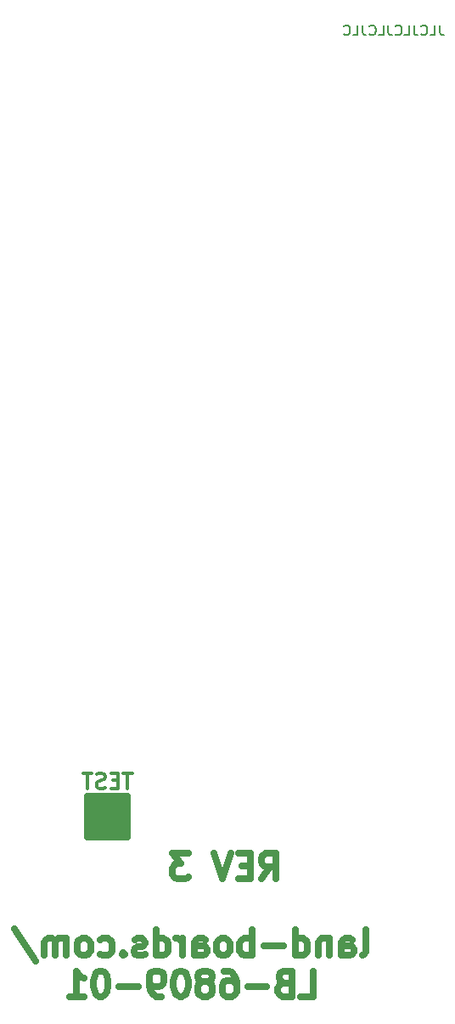
<source format=gbo>
G04 #@! TF.GenerationSoftware,KiCad,Pcbnew,8.0.4*
G04 #@! TF.CreationDate,2024-09-17T06:44:16-04:00*
G04 #@! TF.ProjectId,LB-6809-01,4c422d36-3830-4392-9d30-312e6b696361,3*
G04 #@! TF.SameCoordinates,Original*
G04 #@! TF.FileFunction,Legend,Bot*
G04 #@! TF.FilePolarity,Positive*
%FSLAX46Y46*%
G04 Gerber Fmt 4.6, Leading zero omitted, Abs format (unit mm)*
G04 Created by KiCad (PCBNEW 8.0.4) date 2024-09-17 06:44:16*
%MOMM*%
%LPD*%
G01*
G04 APERTURE LIST*
%ADD10C,0.200000*%
%ADD11C,0.635000*%
%ADD12C,0.304800*%
%ADD13C,0.650000*%
G04 APERTURE END LIST*
D10*
X179176612Y-48651219D02*
X179176612Y-49365504D01*
X179176612Y-49365504D02*
X179224231Y-49508361D01*
X179224231Y-49508361D02*
X179319469Y-49603600D01*
X179319469Y-49603600D02*
X179462326Y-49651219D01*
X179462326Y-49651219D02*
X179557564Y-49651219D01*
X178224231Y-49651219D02*
X178700421Y-49651219D01*
X178700421Y-49651219D02*
X178700421Y-48651219D01*
X177319469Y-49555980D02*
X177367088Y-49603600D01*
X177367088Y-49603600D02*
X177509945Y-49651219D01*
X177509945Y-49651219D02*
X177605183Y-49651219D01*
X177605183Y-49651219D02*
X177748040Y-49603600D01*
X177748040Y-49603600D02*
X177843278Y-49508361D01*
X177843278Y-49508361D02*
X177890897Y-49413123D01*
X177890897Y-49413123D02*
X177938516Y-49222647D01*
X177938516Y-49222647D02*
X177938516Y-49079790D01*
X177938516Y-49079790D02*
X177890897Y-48889314D01*
X177890897Y-48889314D02*
X177843278Y-48794076D01*
X177843278Y-48794076D02*
X177748040Y-48698838D01*
X177748040Y-48698838D02*
X177605183Y-48651219D01*
X177605183Y-48651219D02*
X177509945Y-48651219D01*
X177509945Y-48651219D02*
X177367088Y-48698838D01*
X177367088Y-48698838D02*
X177319469Y-48746457D01*
X176605183Y-48651219D02*
X176605183Y-49365504D01*
X176605183Y-49365504D02*
X176652802Y-49508361D01*
X176652802Y-49508361D02*
X176748040Y-49603600D01*
X176748040Y-49603600D02*
X176890897Y-49651219D01*
X176890897Y-49651219D02*
X176986135Y-49651219D01*
X175652802Y-49651219D02*
X176128992Y-49651219D01*
X176128992Y-49651219D02*
X176128992Y-48651219D01*
X174748040Y-49555980D02*
X174795659Y-49603600D01*
X174795659Y-49603600D02*
X174938516Y-49651219D01*
X174938516Y-49651219D02*
X175033754Y-49651219D01*
X175033754Y-49651219D02*
X175176611Y-49603600D01*
X175176611Y-49603600D02*
X175271849Y-49508361D01*
X175271849Y-49508361D02*
X175319468Y-49413123D01*
X175319468Y-49413123D02*
X175367087Y-49222647D01*
X175367087Y-49222647D02*
X175367087Y-49079790D01*
X175367087Y-49079790D02*
X175319468Y-48889314D01*
X175319468Y-48889314D02*
X175271849Y-48794076D01*
X175271849Y-48794076D02*
X175176611Y-48698838D01*
X175176611Y-48698838D02*
X175033754Y-48651219D01*
X175033754Y-48651219D02*
X174938516Y-48651219D01*
X174938516Y-48651219D02*
X174795659Y-48698838D01*
X174795659Y-48698838D02*
X174748040Y-48746457D01*
X174033754Y-48651219D02*
X174033754Y-49365504D01*
X174033754Y-49365504D02*
X174081373Y-49508361D01*
X174081373Y-49508361D02*
X174176611Y-49603600D01*
X174176611Y-49603600D02*
X174319468Y-49651219D01*
X174319468Y-49651219D02*
X174414706Y-49651219D01*
X173081373Y-49651219D02*
X173557563Y-49651219D01*
X173557563Y-49651219D02*
X173557563Y-48651219D01*
X172176611Y-49555980D02*
X172224230Y-49603600D01*
X172224230Y-49603600D02*
X172367087Y-49651219D01*
X172367087Y-49651219D02*
X172462325Y-49651219D01*
X172462325Y-49651219D02*
X172605182Y-49603600D01*
X172605182Y-49603600D02*
X172700420Y-49508361D01*
X172700420Y-49508361D02*
X172748039Y-49413123D01*
X172748039Y-49413123D02*
X172795658Y-49222647D01*
X172795658Y-49222647D02*
X172795658Y-49079790D01*
X172795658Y-49079790D02*
X172748039Y-48889314D01*
X172748039Y-48889314D02*
X172700420Y-48794076D01*
X172700420Y-48794076D02*
X172605182Y-48698838D01*
X172605182Y-48698838D02*
X172462325Y-48651219D01*
X172462325Y-48651219D02*
X172367087Y-48651219D01*
X172367087Y-48651219D02*
X172224230Y-48698838D01*
X172224230Y-48698838D02*
X172176611Y-48746457D01*
X171462325Y-48651219D02*
X171462325Y-49365504D01*
X171462325Y-49365504D02*
X171509944Y-49508361D01*
X171509944Y-49508361D02*
X171605182Y-49603600D01*
X171605182Y-49603600D02*
X171748039Y-49651219D01*
X171748039Y-49651219D02*
X171843277Y-49651219D01*
X170509944Y-49651219D02*
X170986134Y-49651219D01*
X170986134Y-49651219D02*
X170986134Y-48651219D01*
X169605182Y-49555980D02*
X169652801Y-49603600D01*
X169652801Y-49603600D02*
X169795658Y-49651219D01*
X169795658Y-49651219D02*
X169890896Y-49651219D01*
X169890896Y-49651219D02*
X170033753Y-49603600D01*
X170033753Y-49603600D02*
X170128991Y-49508361D01*
X170128991Y-49508361D02*
X170176610Y-49413123D01*
X170176610Y-49413123D02*
X170224229Y-49222647D01*
X170224229Y-49222647D02*
X170224229Y-49079790D01*
X170224229Y-49079790D02*
X170176610Y-48889314D01*
X170176610Y-48889314D02*
X170128991Y-48794076D01*
X170128991Y-48794076D02*
X170033753Y-48698838D01*
X170033753Y-48698838D02*
X169890896Y-48651219D01*
X169890896Y-48651219D02*
X169795658Y-48651219D01*
X169795658Y-48651219D02*
X169652801Y-48698838D01*
X169652801Y-48698838D02*
X169605182Y-48746457D01*
D11*
X171425807Y-141337403D02*
X171667712Y-141216451D01*
X171667712Y-141216451D02*
X171788665Y-140974546D01*
X171788665Y-140974546D02*
X171788665Y-138797403D01*
X169369617Y-141337403D02*
X169369617Y-140006927D01*
X169369617Y-140006927D02*
X169490570Y-139765022D01*
X169490570Y-139765022D02*
X169732474Y-139644070D01*
X169732474Y-139644070D02*
X170216284Y-139644070D01*
X170216284Y-139644070D02*
X170458189Y-139765022D01*
X169369617Y-141216451D02*
X169611522Y-141337403D01*
X169611522Y-141337403D02*
X170216284Y-141337403D01*
X170216284Y-141337403D02*
X170458189Y-141216451D01*
X170458189Y-141216451D02*
X170579141Y-140974546D01*
X170579141Y-140974546D02*
X170579141Y-140732641D01*
X170579141Y-140732641D02*
X170458189Y-140490736D01*
X170458189Y-140490736D02*
X170216284Y-140369784D01*
X170216284Y-140369784D02*
X169611522Y-140369784D01*
X169611522Y-140369784D02*
X169369617Y-140248831D01*
X168160094Y-139644070D02*
X168160094Y-141337403D01*
X168160094Y-139885974D02*
X168039141Y-139765022D01*
X168039141Y-139765022D02*
X167797236Y-139644070D01*
X167797236Y-139644070D02*
X167434379Y-139644070D01*
X167434379Y-139644070D02*
X167192475Y-139765022D01*
X167192475Y-139765022D02*
X167071522Y-140006927D01*
X167071522Y-140006927D02*
X167071522Y-141337403D01*
X164773427Y-141337403D02*
X164773427Y-138797403D01*
X164773427Y-141216451D02*
X165015332Y-141337403D01*
X165015332Y-141337403D02*
X165499141Y-141337403D01*
X165499141Y-141337403D02*
X165741046Y-141216451D01*
X165741046Y-141216451D02*
X165861999Y-141095498D01*
X165861999Y-141095498D02*
X165982951Y-140853593D01*
X165982951Y-140853593D02*
X165982951Y-140127879D01*
X165982951Y-140127879D02*
X165861999Y-139885974D01*
X165861999Y-139885974D02*
X165741046Y-139765022D01*
X165741046Y-139765022D02*
X165499141Y-139644070D01*
X165499141Y-139644070D02*
X165015332Y-139644070D01*
X165015332Y-139644070D02*
X164773427Y-139765022D01*
X163563904Y-140369784D02*
X161628666Y-140369784D01*
X160419142Y-141337403D02*
X160419142Y-138797403D01*
X160419142Y-139765022D02*
X160177237Y-139644070D01*
X160177237Y-139644070D02*
X159693427Y-139644070D01*
X159693427Y-139644070D02*
X159451523Y-139765022D01*
X159451523Y-139765022D02*
X159330570Y-139885974D01*
X159330570Y-139885974D02*
X159209618Y-140127879D01*
X159209618Y-140127879D02*
X159209618Y-140853593D01*
X159209618Y-140853593D02*
X159330570Y-141095498D01*
X159330570Y-141095498D02*
X159451523Y-141216451D01*
X159451523Y-141216451D02*
X159693427Y-141337403D01*
X159693427Y-141337403D02*
X160177237Y-141337403D01*
X160177237Y-141337403D02*
X160419142Y-141216451D01*
X157758189Y-141337403D02*
X158000094Y-141216451D01*
X158000094Y-141216451D02*
X158121047Y-141095498D01*
X158121047Y-141095498D02*
X158241999Y-140853593D01*
X158241999Y-140853593D02*
X158241999Y-140127879D01*
X158241999Y-140127879D02*
X158121047Y-139885974D01*
X158121047Y-139885974D02*
X158000094Y-139765022D01*
X158000094Y-139765022D02*
X157758189Y-139644070D01*
X157758189Y-139644070D02*
X157395332Y-139644070D01*
X157395332Y-139644070D02*
X157153428Y-139765022D01*
X157153428Y-139765022D02*
X157032475Y-139885974D01*
X157032475Y-139885974D02*
X156911523Y-140127879D01*
X156911523Y-140127879D02*
X156911523Y-140853593D01*
X156911523Y-140853593D02*
X157032475Y-141095498D01*
X157032475Y-141095498D02*
X157153428Y-141216451D01*
X157153428Y-141216451D02*
X157395332Y-141337403D01*
X157395332Y-141337403D02*
X157758189Y-141337403D01*
X154734380Y-141337403D02*
X154734380Y-140006927D01*
X154734380Y-140006927D02*
X154855333Y-139765022D01*
X154855333Y-139765022D02*
X155097237Y-139644070D01*
X155097237Y-139644070D02*
X155581047Y-139644070D01*
X155581047Y-139644070D02*
X155822952Y-139765022D01*
X154734380Y-141216451D02*
X154976285Y-141337403D01*
X154976285Y-141337403D02*
X155581047Y-141337403D01*
X155581047Y-141337403D02*
X155822952Y-141216451D01*
X155822952Y-141216451D02*
X155943904Y-140974546D01*
X155943904Y-140974546D02*
X155943904Y-140732641D01*
X155943904Y-140732641D02*
X155822952Y-140490736D01*
X155822952Y-140490736D02*
X155581047Y-140369784D01*
X155581047Y-140369784D02*
X154976285Y-140369784D01*
X154976285Y-140369784D02*
X154734380Y-140248831D01*
X153524857Y-141337403D02*
X153524857Y-139644070D01*
X153524857Y-140127879D02*
X153403904Y-139885974D01*
X153403904Y-139885974D02*
X153282952Y-139765022D01*
X153282952Y-139765022D02*
X153041047Y-139644070D01*
X153041047Y-139644070D02*
X152799142Y-139644070D01*
X150863904Y-141337403D02*
X150863904Y-138797403D01*
X150863904Y-141216451D02*
X151105809Y-141337403D01*
X151105809Y-141337403D02*
X151589618Y-141337403D01*
X151589618Y-141337403D02*
X151831523Y-141216451D01*
X151831523Y-141216451D02*
X151952476Y-141095498D01*
X151952476Y-141095498D02*
X152073428Y-140853593D01*
X152073428Y-140853593D02*
X152073428Y-140127879D01*
X152073428Y-140127879D02*
X151952476Y-139885974D01*
X151952476Y-139885974D02*
X151831523Y-139765022D01*
X151831523Y-139765022D02*
X151589618Y-139644070D01*
X151589618Y-139644070D02*
X151105809Y-139644070D01*
X151105809Y-139644070D02*
X150863904Y-139765022D01*
X149775333Y-141216451D02*
X149533428Y-141337403D01*
X149533428Y-141337403D02*
X149049619Y-141337403D01*
X149049619Y-141337403D02*
X148807714Y-141216451D01*
X148807714Y-141216451D02*
X148686762Y-140974546D01*
X148686762Y-140974546D02*
X148686762Y-140853593D01*
X148686762Y-140853593D02*
X148807714Y-140611689D01*
X148807714Y-140611689D02*
X149049619Y-140490736D01*
X149049619Y-140490736D02*
X149412476Y-140490736D01*
X149412476Y-140490736D02*
X149654381Y-140369784D01*
X149654381Y-140369784D02*
X149775333Y-140127879D01*
X149775333Y-140127879D02*
X149775333Y-140006927D01*
X149775333Y-140006927D02*
X149654381Y-139765022D01*
X149654381Y-139765022D02*
X149412476Y-139644070D01*
X149412476Y-139644070D02*
X149049619Y-139644070D01*
X149049619Y-139644070D02*
X148807714Y-139765022D01*
X147598191Y-141095498D02*
X147477238Y-141216451D01*
X147477238Y-141216451D02*
X147598191Y-141337403D01*
X147598191Y-141337403D02*
X147719143Y-141216451D01*
X147719143Y-141216451D02*
X147598191Y-141095498D01*
X147598191Y-141095498D02*
X147598191Y-141337403D01*
X145300095Y-141216451D02*
X145542000Y-141337403D01*
X145542000Y-141337403D02*
X146025809Y-141337403D01*
X146025809Y-141337403D02*
X146267714Y-141216451D01*
X146267714Y-141216451D02*
X146388667Y-141095498D01*
X146388667Y-141095498D02*
X146509619Y-140853593D01*
X146509619Y-140853593D02*
X146509619Y-140127879D01*
X146509619Y-140127879D02*
X146388667Y-139885974D01*
X146388667Y-139885974D02*
X146267714Y-139765022D01*
X146267714Y-139765022D02*
X146025809Y-139644070D01*
X146025809Y-139644070D02*
X145542000Y-139644070D01*
X145542000Y-139644070D02*
X145300095Y-139765022D01*
X143848666Y-141337403D02*
X144090571Y-141216451D01*
X144090571Y-141216451D02*
X144211524Y-141095498D01*
X144211524Y-141095498D02*
X144332476Y-140853593D01*
X144332476Y-140853593D02*
X144332476Y-140127879D01*
X144332476Y-140127879D02*
X144211524Y-139885974D01*
X144211524Y-139885974D02*
X144090571Y-139765022D01*
X144090571Y-139765022D02*
X143848666Y-139644070D01*
X143848666Y-139644070D02*
X143485809Y-139644070D01*
X143485809Y-139644070D02*
X143243905Y-139765022D01*
X143243905Y-139765022D02*
X143122952Y-139885974D01*
X143122952Y-139885974D02*
X143002000Y-140127879D01*
X143002000Y-140127879D02*
X143002000Y-140853593D01*
X143002000Y-140853593D02*
X143122952Y-141095498D01*
X143122952Y-141095498D02*
X143243905Y-141216451D01*
X143243905Y-141216451D02*
X143485809Y-141337403D01*
X143485809Y-141337403D02*
X143848666Y-141337403D01*
X141913429Y-141337403D02*
X141913429Y-139644070D01*
X141913429Y-139885974D02*
X141792476Y-139765022D01*
X141792476Y-139765022D02*
X141550571Y-139644070D01*
X141550571Y-139644070D02*
X141187714Y-139644070D01*
X141187714Y-139644070D02*
X140945810Y-139765022D01*
X140945810Y-139765022D02*
X140824857Y-140006927D01*
X140824857Y-140006927D02*
X140824857Y-141337403D01*
X140824857Y-140006927D02*
X140703905Y-139765022D01*
X140703905Y-139765022D02*
X140462000Y-139644070D01*
X140462000Y-139644070D02*
X140099143Y-139644070D01*
X140099143Y-139644070D02*
X139857238Y-139765022D01*
X139857238Y-139765022D02*
X139736286Y-140006927D01*
X139736286Y-140006927D02*
X139736286Y-141337403D01*
X136712476Y-138676451D02*
X138889619Y-141942165D01*
X165317715Y-145426661D02*
X166527239Y-145426661D01*
X166527239Y-145426661D02*
X166527239Y-142886661D01*
X163624382Y-144096185D02*
X163261525Y-144217137D01*
X163261525Y-144217137D02*
X163140572Y-144338089D01*
X163140572Y-144338089D02*
X163019620Y-144579994D01*
X163019620Y-144579994D02*
X163019620Y-144942851D01*
X163019620Y-144942851D02*
X163140572Y-145184756D01*
X163140572Y-145184756D02*
X163261525Y-145305709D01*
X163261525Y-145305709D02*
X163503430Y-145426661D01*
X163503430Y-145426661D02*
X164471049Y-145426661D01*
X164471049Y-145426661D02*
X164471049Y-142886661D01*
X164471049Y-142886661D02*
X163624382Y-142886661D01*
X163624382Y-142886661D02*
X163382477Y-143007613D01*
X163382477Y-143007613D02*
X163261525Y-143128566D01*
X163261525Y-143128566D02*
X163140572Y-143370470D01*
X163140572Y-143370470D02*
X163140572Y-143612375D01*
X163140572Y-143612375D02*
X163261525Y-143854280D01*
X163261525Y-143854280D02*
X163382477Y-143975232D01*
X163382477Y-143975232D02*
X163624382Y-144096185D01*
X163624382Y-144096185D02*
X164471049Y-144096185D01*
X161931049Y-144459042D02*
X159995811Y-144459042D01*
X157697715Y-142886661D02*
X158181525Y-142886661D01*
X158181525Y-142886661D02*
X158423429Y-143007613D01*
X158423429Y-143007613D02*
X158544382Y-143128566D01*
X158544382Y-143128566D02*
X158786287Y-143491423D01*
X158786287Y-143491423D02*
X158907239Y-143975232D01*
X158907239Y-143975232D02*
X158907239Y-144942851D01*
X158907239Y-144942851D02*
X158786287Y-145184756D01*
X158786287Y-145184756D02*
X158665334Y-145305709D01*
X158665334Y-145305709D02*
X158423429Y-145426661D01*
X158423429Y-145426661D02*
X157939620Y-145426661D01*
X157939620Y-145426661D02*
X157697715Y-145305709D01*
X157697715Y-145305709D02*
X157576763Y-145184756D01*
X157576763Y-145184756D02*
X157455810Y-144942851D01*
X157455810Y-144942851D02*
X157455810Y-144338089D01*
X157455810Y-144338089D02*
X157576763Y-144096185D01*
X157576763Y-144096185D02*
X157697715Y-143975232D01*
X157697715Y-143975232D02*
X157939620Y-143854280D01*
X157939620Y-143854280D02*
X158423429Y-143854280D01*
X158423429Y-143854280D02*
X158665334Y-143975232D01*
X158665334Y-143975232D02*
X158786287Y-144096185D01*
X158786287Y-144096185D02*
X158907239Y-144338089D01*
X156004381Y-143975232D02*
X156246286Y-143854280D01*
X156246286Y-143854280D02*
X156367239Y-143733328D01*
X156367239Y-143733328D02*
X156488191Y-143491423D01*
X156488191Y-143491423D02*
X156488191Y-143370470D01*
X156488191Y-143370470D02*
X156367239Y-143128566D01*
X156367239Y-143128566D02*
X156246286Y-143007613D01*
X156246286Y-143007613D02*
X156004381Y-142886661D01*
X156004381Y-142886661D02*
X155520572Y-142886661D01*
X155520572Y-142886661D02*
X155278667Y-143007613D01*
X155278667Y-143007613D02*
X155157715Y-143128566D01*
X155157715Y-143128566D02*
X155036762Y-143370470D01*
X155036762Y-143370470D02*
X155036762Y-143491423D01*
X155036762Y-143491423D02*
X155157715Y-143733328D01*
X155157715Y-143733328D02*
X155278667Y-143854280D01*
X155278667Y-143854280D02*
X155520572Y-143975232D01*
X155520572Y-143975232D02*
X156004381Y-143975232D01*
X156004381Y-143975232D02*
X156246286Y-144096185D01*
X156246286Y-144096185D02*
X156367239Y-144217137D01*
X156367239Y-144217137D02*
X156488191Y-144459042D01*
X156488191Y-144459042D02*
X156488191Y-144942851D01*
X156488191Y-144942851D02*
X156367239Y-145184756D01*
X156367239Y-145184756D02*
X156246286Y-145305709D01*
X156246286Y-145305709D02*
X156004381Y-145426661D01*
X156004381Y-145426661D02*
X155520572Y-145426661D01*
X155520572Y-145426661D02*
X155278667Y-145305709D01*
X155278667Y-145305709D02*
X155157715Y-145184756D01*
X155157715Y-145184756D02*
X155036762Y-144942851D01*
X155036762Y-144942851D02*
X155036762Y-144459042D01*
X155036762Y-144459042D02*
X155157715Y-144217137D01*
X155157715Y-144217137D02*
X155278667Y-144096185D01*
X155278667Y-144096185D02*
X155520572Y-143975232D01*
X153464381Y-142886661D02*
X153222476Y-142886661D01*
X153222476Y-142886661D02*
X152980572Y-143007613D01*
X152980572Y-143007613D02*
X152859619Y-143128566D01*
X152859619Y-143128566D02*
X152738667Y-143370470D01*
X152738667Y-143370470D02*
X152617714Y-143854280D01*
X152617714Y-143854280D02*
X152617714Y-144459042D01*
X152617714Y-144459042D02*
X152738667Y-144942851D01*
X152738667Y-144942851D02*
X152859619Y-145184756D01*
X152859619Y-145184756D02*
X152980572Y-145305709D01*
X152980572Y-145305709D02*
X153222476Y-145426661D01*
X153222476Y-145426661D02*
X153464381Y-145426661D01*
X153464381Y-145426661D02*
X153706286Y-145305709D01*
X153706286Y-145305709D02*
X153827238Y-145184756D01*
X153827238Y-145184756D02*
X153948191Y-144942851D01*
X153948191Y-144942851D02*
X154069143Y-144459042D01*
X154069143Y-144459042D02*
X154069143Y-143854280D01*
X154069143Y-143854280D02*
X153948191Y-143370470D01*
X153948191Y-143370470D02*
X153827238Y-143128566D01*
X153827238Y-143128566D02*
X153706286Y-143007613D01*
X153706286Y-143007613D02*
X153464381Y-142886661D01*
X151408190Y-145426661D02*
X150924381Y-145426661D01*
X150924381Y-145426661D02*
X150682476Y-145305709D01*
X150682476Y-145305709D02*
X150561524Y-145184756D01*
X150561524Y-145184756D02*
X150319619Y-144821899D01*
X150319619Y-144821899D02*
X150198666Y-144338089D01*
X150198666Y-144338089D02*
X150198666Y-143370470D01*
X150198666Y-143370470D02*
X150319619Y-143128566D01*
X150319619Y-143128566D02*
X150440571Y-143007613D01*
X150440571Y-143007613D02*
X150682476Y-142886661D01*
X150682476Y-142886661D02*
X151166285Y-142886661D01*
X151166285Y-142886661D02*
X151408190Y-143007613D01*
X151408190Y-143007613D02*
X151529143Y-143128566D01*
X151529143Y-143128566D02*
X151650095Y-143370470D01*
X151650095Y-143370470D02*
X151650095Y-143975232D01*
X151650095Y-143975232D02*
X151529143Y-144217137D01*
X151529143Y-144217137D02*
X151408190Y-144338089D01*
X151408190Y-144338089D02*
X151166285Y-144459042D01*
X151166285Y-144459042D02*
X150682476Y-144459042D01*
X150682476Y-144459042D02*
X150440571Y-144338089D01*
X150440571Y-144338089D02*
X150319619Y-144217137D01*
X150319619Y-144217137D02*
X150198666Y-143975232D01*
X149110095Y-144459042D02*
X147174857Y-144459042D01*
X145481523Y-142886661D02*
X145239618Y-142886661D01*
X145239618Y-142886661D02*
X144997714Y-143007613D01*
X144997714Y-143007613D02*
X144876761Y-143128566D01*
X144876761Y-143128566D02*
X144755809Y-143370470D01*
X144755809Y-143370470D02*
X144634856Y-143854280D01*
X144634856Y-143854280D02*
X144634856Y-144459042D01*
X144634856Y-144459042D02*
X144755809Y-144942851D01*
X144755809Y-144942851D02*
X144876761Y-145184756D01*
X144876761Y-145184756D02*
X144997714Y-145305709D01*
X144997714Y-145305709D02*
X145239618Y-145426661D01*
X145239618Y-145426661D02*
X145481523Y-145426661D01*
X145481523Y-145426661D02*
X145723428Y-145305709D01*
X145723428Y-145305709D02*
X145844380Y-145184756D01*
X145844380Y-145184756D02*
X145965333Y-144942851D01*
X145965333Y-144942851D02*
X146086285Y-144459042D01*
X146086285Y-144459042D02*
X146086285Y-143854280D01*
X146086285Y-143854280D02*
X145965333Y-143370470D01*
X145965333Y-143370470D02*
X145844380Y-143128566D01*
X145844380Y-143128566D02*
X145723428Y-143007613D01*
X145723428Y-143007613D02*
X145481523Y-142886661D01*
X142215808Y-145426661D02*
X143667237Y-145426661D01*
X142941523Y-145426661D02*
X142941523Y-142886661D01*
X142941523Y-142886661D02*
X143183427Y-143249518D01*
X143183427Y-143249518D02*
X143425332Y-143491423D01*
X143425332Y-143491423D02*
X143667237Y-143612375D01*
X161362571Y-133730032D02*
X162209238Y-132520508D01*
X162814000Y-133730032D02*
X162814000Y-131190032D01*
X162814000Y-131190032D02*
X161846381Y-131190032D01*
X161846381Y-131190032D02*
X161604476Y-131310984D01*
X161604476Y-131310984D02*
X161483523Y-131431937D01*
X161483523Y-131431937D02*
X161362571Y-131673841D01*
X161362571Y-131673841D02*
X161362571Y-132036699D01*
X161362571Y-132036699D02*
X161483523Y-132278603D01*
X161483523Y-132278603D02*
X161604476Y-132399556D01*
X161604476Y-132399556D02*
X161846381Y-132520508D01*
X161846381Y-132520508D02*
X162814000Y-132520508D01*
X160274000Y-132399556D02*
X159427333Y-132399556D01*
X159064476Y-133730032D02*
X160274000Y-133730032D01*
X160274000Y-133730032D02*
X160274000Y-131190032D01*
X160274000Y-131190032D02*
X159064476Y-131190032D01*
X158338762Y-131190032D02*
X157492095Y-133730032D01*
X157492095Y-133730032D02*
X156645428Y-131190032D01*
X154105428Y-131190032D02*
X152533047Y-131190032D01*
X152533047Y-131190032D02*
X153379714Y-132157651D01*
X153379714Y-132157651D02*
X153016857Y-132157651D01*
X153016857Y-132157651D02*
X152774952Y-132278603D01*
X152774952Y-132278603D02*
X152654000Y-132399556D01*
X152654000Y-132399556D02*
X152533047Y-132641460D01*
X152533047Y-132641460D02*
X152533047Y-133246222D01*
X152533047Y-133246222D02*
X152654000Y-133488127D01*
X152654000Y-133488127D02*
X152774952Y-133609080D01*
X152774952Y-133609080D02*
X153016857Y-133730032D01*
X153016857Y-133730032D02*
X153742571Y-133730032D01*
X153742571Y-133730032D02*
X153984476Y-133609080D01*
X153984476Y-133609080D02*
X154105428Y-133488127D01*
D12*
X148481143Y-123173181D02*
X147610286Y-123173181D01*
X148045714Y-124697181D02*
X148045714Y-123173181D01*
X147102285Y-123898895D02*
X146594285Y-123898895D01*
X146376571Y-124697181D02*
X147102285Y-124697181D01*
X147102285Y-124697181D02*
X147102285Y-123173181D01*
X147102285Y-123173181D02*
X146376571Y-123173181D01*
X145796000Y-124624610D02*
X145578286Y-124697181D01*
X145578286Y-124697181D02*
X145215428Y-124697181D01*
X145215428Y-124697181D02*
X145070286Y-124624610D01*
X145070286Y-124624610D02*
X144997714Y-124552038D01*
X144997714Y-124552038D02*
X144925143Y-124406895D01*
X144925143Y-124406895D02*
X144925143Y-124261752D01*
X144925143Y-124261752D02*
X144997714Y-124116610D01*
X144997714Y-124116610D02*
X145070286Y-124044038D01*
X145070286Y-124044038D02*
X145215428Y-123971467D01*
X145215428Y-123971467D02*
X145505714Y-123898895D01*
X145505714Y-123898895D02*
X145650857Y-123826324D01*
X145650857Y-123826324D02*
X145723428Y-123753752D01*
X145723428Y-123753752D02*
X145796000Y-123608610D01*
X145796000Y-123608610D02*
X145796000Y-123463467D01*
X145796000Y-123463467D02*
X145723428Y-123318324D01*
X145723428Y-123318324D02*
X145650857Y-123245752D01*
X145650857Y-123245752D02*
X145505714Y-123173181D01*
X145505714Y-123173181D02*
X145142857Y-123173181D01*
X145142857Y-123173181D02*
X144925143Y-123245752D01*
X144489714Y-123173181D02*
X143618857Y-123173181D01*
X144054285Y-124697181D02*
X144054285Y-123173181D01*
D13*
X144050000Y-125508000D02*
X144050000Y-126008000D01*
X144050000Y-125508000D02*
X148050000Y-125508000D01*
X144050000Y-126008000D02*
X148050000Y-126008000D01*
X144050000Y-126508000D02*
X144050000Y-127008000D01*
X144050000Y-127008000D02*
X148050000Y-127008000D01*
X144050000Y-127508000D02*
X144050000Y-128008000D01*
X144050000Y-128008000D02*
X147550000Y-128008000D01*
X144050000Y-128508000D02*
X144050000Y-129008000D01*
X144050000Y-129008000D02*
X148050000Y-129008000D01*
X144050000Y-129508000D02*
X144050000Y-125508000D01*
X147550000Y-128008000D02*
X148050000Y-128008000D01*
X148050000Y-125508000D02*
X148050000Y-129508000D01*
X148050000Y-126008000D02*
X148050000Y-126508000D01*
X148050000Y-126508000D02*
X144050000Y-126508000D01*
X148050000Y-127008000D02*
X148050000Y-127508000D01*
X148050000Y-127508000D02*
X144050000Y-127508000D01*
X148050000Y-128008000D02*
X148050000Y-128508000D01*
X148050000Y-128508000D02*
X144050000Y-128508000D01*
X148050000Y-129508000D02*
X144050000Y-129508000D01*
M02*

</source>
